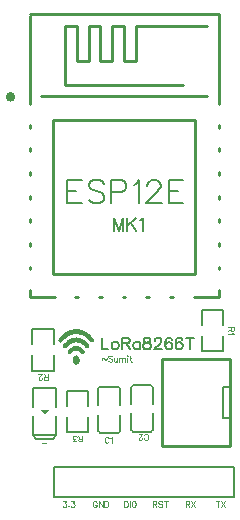
<source format=gto>
G04 Layer: TopSilkscreenLayer*
G04 EasyEDA v6.5.51, 2025-11-13 11:14:40*
G04 bf1f3799a3224107ae82f300eded96c1,09fcd8053ca944d09a55be336b12f992,10*
G04 Gerber Generator version 0.2*
G04 Scale: 100 percent, Rotated: No, Reflected: No *
G04 Dimensions in millimeters *
G04 leading zeros omitted , absolute positions ,4 integer and 5 decimal *
%FSLAX45Y45*%
%MOMM*%

%ADD10C,0.1000*%
%ADD11C,0.2000*%
%ADD12C,0.1524*%
%ADD13C,0.2032*%
%ADD14C,0.2030*%
%ADD15C,0.2540*%
%ADD16C,0.0109*%
%ADD17C,0.1999*%
%ADD18C,0.4000*%

%LPD*%
G36*
X732028Y-2021687D02*
G01*
X714705Y-2021789D01*
X698500Y-2023618D01*
X688187Y-2025650D01*
X674471Y-2029358D01*
X664768Y-2032711D01*
X664057Y-2033219D01*
X653034Y-2037791D01*
X652627Y-2038299D01*
X652018Y-2038299D01*
X645668Y-2041601D01*
X642772Y-2043328D01*
X642366Y-2043328D01*
X636168Y-2047036D01*
X623570Y-2055368D01*
X619201Y-2058822D01*
X617677Y-2059686D01*
X617677Y-2060143D01*
X616712Y-2060549D01*
X613359Y-2063597D01*
X613105Y-2063597D01*
X606755Y-2069033D01*
X600456Y-2074925D01*
X599389Y-2076246D01*
X599084Y-2076246D01*
X595680Y-2079701D01*
X589280Y-2086813D01*
X581761Y-2095601D01*
X577189Y-2101596D01*
X577189Y-2102053D01*
X576580Y-2102815D01*
X575106Y-2106422D01*
X573887Y-2112670D01*
X574141Y-2117394D01*
X574700Y-2121052D01*
X575970Y-2124405D01*
X577494Y-2127504D01*
X579678Y-2130348D01*
X582777Y-2132990D01*
X586841Y-2134768D01*
X591362Y-2135022D01*
X595579Y-2133854D01*
X598932Y-2131517D01*
X607618Y-2121052D01*
X613867Y-2114042D01*
X620725Y-2107082D01*
X626364Y-2101951D01*
X626922Y-2101240D01*
X627227Y-2101240D01*
X637032Y-2093264D01*
X643940Y-2088286D01*
X649478Y-2084679D01*
X655675Y-2081022D01*
X655980Y-2081022D01*
X659384Y-2079040D01*
X659892Y-2079040D01*
X660603Y-2078482D01*
X671017Y-2073706D01*
X675792Y-2071725D01*
X688340Y-2067814D01*
X699566Y-2065223D01*
X713232Y-2063343D01*
X726643Y-2062988D01*
X735939Y-2063597D01*
X747166Y-2064969D01*
X760933Y-2068220D01*
X767334Y-2070049D01*
X768045Y-2070607D01*
X768858Y-2070607D01*
X780288Y-2075129D01*
X787095Y-2078482D01*
X787654Y-2078482D01*
X788111Y-2078989D01*
X795426Y-2082952D01*
X801624Y-2086762D01*
X812444Y-2094433D01*
X820318Y-2100935D01*
X830630Y-2110587D01*
X838098Y-2118563D01*
X847801Y-2130399D01*
X849985Y-2132330D01*
X852373Y-2133803D01*
X854964Y-2134819D01*
X860806Y-2134819D01*
X863396Y-2133803D01*
X866343Y-2132025D01*
X866343Y-2131568D01*
X866800Y-2131568D01*
X869492Y-2128621D01*
X871474Y-2125472D01*
X873201Y-2120493D01*
X873912Y-2116531D01*
X873912Y-2112213D01*
X872794Y-2106726D01*
X870458Y-2101392D01*
X867105Y-2096871D01*
X859282Y-2087575D01*
X853694Y-2081428D01*
X846531Y-2074164D01*
X831799Y-2061057D01*
X831443Y-2061057D01*
X828903Y-2058771D01*
X828141Y-2058416D01*
X823163Y-2054656D01*
X816203Y-2049932D01*
X816102Y-2049525D01*
X815695Y-2049525D01*
X803656Y-2042414D01*
X798677Y-2039874D01*
X798271Y-2039416D01*
X797610Y-2039416D01*
X796391Y-2038553D01*
X795934Y-2038553D01*
X786485Y-2034082D01*
X785977Y-2034082D01*
X780288Y-2031746D01*
X769721Y-2028342D01*
X763524Y-2026564D01*
X753872Y-2024481D01*
X743508Y-2022805D01*
G37*
G36*
X728370Y-2092502D02*
G01*
X717753Y-2092604D01*
X714705Y-2093061D01*
X707796Y-2093671D01*
X698703Y-2095296D01*
X691794Y-2097024D01*
X682040Y-2100122D01*
X672084Y-2104390D01*
X670712Y-2105152D01*
X670306Y-2105152D01*
X668070Y-2106574D01*
X667562Y-2106574D01*
X665835Y-2107692D01*
X665276Y-2107692D01*
X665276Y-2108250D01*
X664362Y-2108250D01*
X657606Y-2112518D01*
X650798Y-2117140D01*
X645261Y-2121306D01*
X645109Y-2121763D01*
X644601Y-2121763D01*
X636371Y-2128875D01*
X626668Y-2138730D01*
X616661Y-2150821D01*
X615289Y-2153158D01*
X615289Y-2153767D01*
X614934Y-2153767D01*
X613562Y-2157577D01*
X612800Y-2160981D01*
X612800Y-2168550D01*
X614019Y-2173020D01*
X615492Y-2176526D01*
X617982Y-2180082D01*
X619709Y-2181809D01*
X622249Y-2183587D01*
X624687Y-2184654D01*
X627075Y-2185314D01*
X631190Y-2185060D01*
X633780Y-2184196D01*
X635304Y-2183434D01*
X639064Y-2180336D01*
X645668Y-2172157D01*
X655015Y-2162556D01*
X662787Y-2156002D01*
X666546Y-2153107D01*
X676402Y-2146808D01*
X681634Y-2143963D01*
X682294Y-2143963D01*
X682701Y-2143455D01*
X688543Y-2140915D01*
X690016Y-2140508D01*
X690727Y-2140051D01*
X696417Y-2138172D01*
X704545Y-2136089D01*
X709117Y-2135225D01*
X717753Y-2134057D01*
X732485Y-2134362D01*
X743305Y-2136038D01*
X751281Y-2138172D01*
X759510Y-2140915D01*
X759968Y-2141372D01*
X761441Y-2141778D01*
X762101Y-2142236D01*
X765149Y-2143455D01*
X765556Y-2143963D01*
X766165Y-2143963D01*
X771448Y-2146808D01*
X779881Y-2152091D01*
X788720Y-2159000D01*
X794715Y-2164486D01*
X795070Y-2164486D01*
X795223Y-2164943D01*
X800862Y-2170684D01*
X808532Y-2180031D01*
X811022Y-2182469D01*
X814476Y-2184450D01*
X817524Y-2185263D01*
X821182Y-2185263D01*
X823671Y-2184501D01*
X825753Y-2183485D01*
X828141Y-2181860D01*
X830376Y-2179421D01*
X832510Y-2176119D01*
X833628Y-2173782D01*
X833932Y-2172208D01*
X834237Y-2171649D01*
X835050Y-2168245D01*
X835050Y-2160320D01*
X834542Y-2159558D01*
X834237Y-2157323D01*
X831799Y-2151735D01*
X827024Y-2145487D01*
X821283Y-2138883D01*
X816000Y-2133346D01*
X809447Y-2127097D01*
X804672Y-2122932D01*
X797763Y-2117547D01*
X797509Y-2117547D01*
X795680Y-2116023D01*
X788974Y-2111654D01*
X788416Y-2111654D01*
X788416Y-2111095D01*
X788009Y-2111095D01*
X782370Y-2107692D01*
X781202Y-2107336D01*
X779322Y-2106015D01*
X778764Y-2106015D01*
X777646Y-2105202D01*
X776173Y-2104847D01*
X775766Y-2104390D01*
X767130Y-2100681D01*
X766368Y-2100681D01*
X766114Y-2100173D01*
X764286Y-2099767D01*
X763828Y-2099360D01*
X755853Y-2096973D01*
X747064Y-2094890D01*
X736803Y-2093366D01*
G37*
G36*
X722934Y-2163724D02*
G01*
X714705Y-2164130D01*
X708456Y-2165299D01*
X701192Y-2167128D01*
X695909Y-2169058D01*
X689610Y-2171801D01*
X677926Y-2178862D01*
X671423Y-2183892D01*
X667969Y-2187041D01*
X667816Y-2187498D01*
X667410Y-2187498D01*
X665276Y-2189581D01*
X665276Y-2190038D01*
X664718Y-2190038D01*
X659536Y-2195779D01*
X654253Y-2202688D01*
X654253Y-2203551D01*
X653897Y-2203551D01*
X652526Y-2207056D01*
X651865Y-2209647D01*
X651357Y-2214067D01*
X651662Y-2218994D01*
X652932Y-2223617D01*
X654913Y-2228037D01*
X657250Y-2231034D01*
X659536Y-2233015D01*
X663448Y-2234996D01*
X666597Y-2235606D01*
X671626Y-2235047D01*
X672084Y-2234438D01*
X672693Y-2234438D01*
X675538Y-2232660D01*
X677722Y-2230678D01*
X684479Y-2222804D01*
X688949Y-2218537D01*
X693724Y-2214880D01*
X698804Y-2211679D01*
X699160Y-2211679D01*
X700887Y-2210562D01*
X701344Y-2210562D01*
X702614Y-2209698D01*
X703326Y-2209698D01*
X703580Y-2209190D01*
X705408Y-2208834D01*
X705866Y-2208428D01*
X711454Y-2206599D01*
X723493Y-2204974D01*
X732485Y-2205786D01*
X738428Y-2207310D01*
X744474Y-2209444D01*
X747623Y-2210917D01*
X753872Y-2214778D01*
X759510Y-2219096D01*
X763422Y-2222754D01*
X767334Y-2227072D01*
X770331Y-2230882D01*
X771652Y-2232202D01*
X774496Y-2234184D01*
X776427Y-2234996D01*
X780186Y-2235606D01*
X784758Y-2234996D01*
X787806Y-2233269D01*
X790041Y-2231542D01*
X792378Y-2228697D01*
X794156Y-2225598D01*
X795324Y-2222500D01*
X796188Y-2219096D01*
X796442Y-2214067D01*
X795985Y-2209698D01*
X795274Y-2206752D01*
X793496Y-2202586D01*
X788720Y-2196338D01*
X784250Y-2191359D01*
X777392Y-2184806D01*
X769924Y-2178862D01*
X761492Y-2173528D01*
X757682Y-2171496D01*
X757072Y-2171496D01*
X756818Y-2170988D01*
X755243Y-2170633D01*
X754532Y-2170125D01*
X747166Y-2167331D01*
X742848Y-2166112D01*
X737108Y-2164892D01*
X730097Y-2163978D01*
G37*
G36*
X722528Y-2244090D02*
G01*
X719277Y-2244496D01*
X716686Y-2245156D01*
X714502Y-2246020D01*
X713740Y-2246528D01*
X713181Y-2246528D01*
X707745Y-2250084D01*
X705002Y-2252776D01*
X701649Y-2256739D01*
X701649Y-2257196D01*
X700176Y-2259177D01*
X698906Y-2261565D01*
X698601Y-2261768D01*
X698601Y-2262428D01*
X697534Y-2264359D01*
X696061Y-2268575D01*
X694893Y-2273096D01*
X694283Y-2277008D01*
X693877Y-2281783D01*
X694232Y-2288844D01*
X694639Y-2291943D01*
X696214Y-2297938D01*
X697179Y-2300630D01*
X699312Y-2305405D01*
X700836Y-2307945D01*
X704138Y-2312365D01*
X707796Y-2315870D01*
X711403Y-2318461D01*
X711809Y-2318461D01*
X713435Y-2319629D01*
X713994Y-2319629D01*
X714705Y-2320137D01*
X717092Y-2321001D01*
X719937Y-2321712D01*
X727913Y-2321712D01*
X731367Y-2320798D01*
X734415Y-2319528D01*
X738936Y-2316734D01*
X742594Y-2313635D01*
X747420Y-2307234D01*
X749706Y-2303018D01*
X751738Y-2297836D01*
X753110Y-2292502D01*
X753618Y-2288540D01*
X753922Y-2283764D01*
X753770Y-2278735D01*
X753110Y-2273960D01*
X752449Y-2270861D01*
X751840Y-2269083D01*
X751840Y-2268474D01*
X749808Y-2263089D01*
X749249Y-2262479D01*
X749249Y-2261819D01*
X747979Y-2259888D01*
X747928Y-2259279D01*
X743508Y-2253386D01*
X740257Y-2250287D01*
X738073Y-2248611D01*
X735177Y-2246833D01*
X734618Y-2246833D01*
X733348Y-2245969D01*
X727811Y-2244344D01*
G37*
D10*
X614426Y-3478021D02*
G01*
X640334Y-3478021D01*
X626110Y-3497071D01*
X633221Y-3497071D01*
X638047Y-3499357D01*
X640334Y-3501644D01*
X642620Y-3508755D01*
X642620Y-3513581D01*
X640334Y-3520694D01*
X635507Y-3525520D01*
X628395Y-3527805D01*
X621537Y-3527805D01*
X614426Y-3525520D01*
X611886Y-3522979D01*
X609600Y-3518407D01*
X660654Y-3515868D02*
G01*
X658368Y-3518407D01*
X660654Y-3520694D01*
X662939Y-3518407D01*
X660654Y-3515868D01*
X683260Y-3478021D02*
G01*
X709421Y-3478021D01*
X695197Y-3497071D01*
X702310Y-3497071D01*
X706881Y-3499357D01*
X709421Y-3501644D01*
X711707Y-3508755D01*
X711707Y-3513581D01*
X709421Y-3520694D01*
X704595Y-3525520D01*
X697484Y-3527805D01*
X690371Y-3527805D01*
X683260Y-3525520D01*
X680973Y-3522979D01*
X678687Y-3518407D01*
X899160Y-3489960D02*
G01*
X896620Y-3485134D01*
X892047Y-3480562D01*
X887221Y-3478021D01*
X877823Y-3478021D01*
X872997Y-3480562D01*
X868426Y-3485134D01*
X865886Y-3489960D01*
X863600Y-3497071D01*
X863600Y-3508755D01*
X865886Y-3515868D01*
X868426Y-3520694D01*
X872997Y-3525520D01*
X877823Y-3527805D01*
X887221Y-3527805D01*
X892047Y-3525520D01*
X896620Y-3520694D01*
X899160Y-3515868D01*
X899160Y-3508755D01*
X887221Y-3508755D02*
G01*
X899160Y-3508755D01*
X914654Y-3478021D02*
G01*
X914654Y-3527805D01*
X914654Y-3478021D02*
G01*
X947673Y-3527805D01*
X947673Y-3478021D02*
G01*
X947673Y-3527805D01*
X963421Y-3478021D02*
G01*
X963421Y-3527805D01*
X963421Y-3478021D02*
G01*
X979931Y-3478021D01*
X987044Y-3480562D01*
X991615Y-3485134D01*
X994155Y-3489960D01*
X996442Y-3497071D01*
X996442Y-3508755D01*
X994155Y-3515868D01*
X991615Y-3520694D01*
X987044Y-3525520D01*
X979931Y-3527805D01*
X963421Y-3527805D01*
X1130300Y-3478021D02*
G01*
X1130300Y-3527805D01*
X1130300Y-3478021D02*
G01*
X1146810Y-3478021D01*
X1153921Y-3480562D01*
X1158747Y-3485134D01*
X1161034Y-3489960D01*
X1163320Y-3497071D01*
X1163320Y-3508755D01*
X1161034Y-3515868D01*
X1158747Y-3520694D01*
X1153921Y-3525520D01*
X1146810Y-3527805D01*
X1130300Y-3527805D01*
X1179068Y-3478021D02*
G01*
X1179068Y-3527805D01*
X1208786Y-3478021D02*
G01*
X1201673Y-3480562D01*
X1196847Y-3487673D01*
X1194562Y-3499357D01*
X1194562Y-3506470D01*
X1196847Y-3518407D01*
X1201673Y-3525520D01*
X1208786Y-3527805D01*
X1213612Y-3527805D01*
X1220470Y-3525520D01*
X1225295Y-3518407D01*
X1227581Y-3506470D01*
X1227581Y-3499357D01*
X1225295Y-3487673D01*
X1220470Y-3480562D01*
X1213612Y-3478021D01*
X1208786Y-3478021D01*
X1371600Y-3478021D02*
G01*
X1371600Y-3527805D01*
X1371600Y-3478021D02*
G01*
X1392936Y-3478021D01*
X1400047Y-3480562D01*
X1402334Y-3482847D01*
X1404620Y-3487673D01*
X1404620Y-3492245D01*
X1402334Y-3497071D01*
X1400047Y-3499357D01*
X1392936Y-3501644D01*
X1371600Y-3501644D01*
X1388110Y-3501644D02*
G01*
X1404620Y-3527805D01*
X1453387Y-3485134D02*
G01*
X1448562Y-3480562D01*
X1441450Y-3478021D01*
X1432052Y-3478021D01*
X1424939Y-3480562D01*
X1420368Y-3485134D01*
X1420368Y-3489960D01*
X1422654Y-3494786D01*
X1424939Y-3497071D01*
X1429765Y-3499357D01*
X1443989Y-3504184D01*
X1448562Y-3506470D01*
X1451102Y-3508755D01*
X1453387Y-3513581D01*
X1453387Y-3520694D01*
X1448562Y-3525520D01*
X1441450Y-3527805D01*
X1432052Y-3527805D01*
X1424939Y-3525520D01*
X1420368Y-3520694D01*
X1485645Y-3478021D02*
G01*
X1485645Y-3527805D01*
X1468881Y-3478021D02*
G01*
X1502155Y-3478021D01*
X1651000Y-3478021D02*
G01*
X1651000Y-3527805D01*
X1651000Y-3478021D02*
G01*
X1672336Y-3478021D01*
X1679447Y-3480562D01*
X1681734Y-3482847D01*
X1684020Y-3487673D01*
X1684020Y-3492245D01*
X1681734Y-3497071D01*
X1679447Y-3499357D01*
X1672336Y-3501644D01*
X1651000Y-3501644D01*
X1667510Y-3501644D02*
G01*
X1684020Y-3527805D01*
X1699768Y-3478021D02*
G01*
X1732787Y-3527805D01*
X1732787Y-3478021D02*
G01*
X1699768Y-3527805D01*
X1921510Y-3478021D02*
G01*
X1921510Y-3527805D01*
X1905000Y-3478021D02*
G01*
X1938020Y-3478021D01*
X1953768Y-3478021D02*
G01*
X1986788Y-3527805D01*
X1986788Y-3478021D02*
G01*
X1953768Y-3527805D01*
D11*
X939678Y-2096140D02*
G01*
X939678Y-2191644D01*
X939678Y-2191644D02*
G01*
X994288Y-2191644D01*
X1047120Y-2127890D02*
G01*
X1037976Y-2132462D01*
X1028832Y-2141606D01*
X1024260Y-2155322D01*
X1024260Y-2164466D01*
X1028832Y-2177928D01*
X1037976Y-2187072D01*
X1047120Y-2191644D01*
X1060582Y-2191644D01*
X1069726Y-2187072D01*
X1078870Y-2177928D01*
X1083442Y-2164466D01*
X1083442Y-2155322D01*
X1078870Y-2141606D01*
X1069726Y-2132462D01*
X1060582Y-2127890D01*
X1047120Y-2127890D01*
X1113414Y-2096140D02*
G01*
X1113414Y-2191644D01*
X1113414Y-2096140D02*
G01*
X1154308Y-2096140D01*
X1168024Y-2100712D01*
X1172596Y-2105284D01*
X1177168Y-2114428D01*
X1177168Y-2123572D01*
X1172596Y-2132462D01*
X1168024Y-2137034D01*
X1154308Y-2141606D01*
X1113414Y-2141606D01*
X1145164Y-2141606D02*
G01*
X1177168Y-2191644D01*
X1261496Y-2127890D02*
G01*
X1261496Y-2191644D01*
X1261496Y-2141606D02*
G01*
X1252606Y-2132462D01*
X1243462Y-2127890D01*
X1229746Y-2127890D01*
X1220602Y-2132462D01*
X1211712Y-2141606D01*
X1207140Y-2155322D01*
X1207140Y-2164466D01*
X1211712Y-2177928D01*
X1220602Y-2187072D01*
X1229746Y-2191644D01*
X1243462Y-2191644D01*
X1252606Y-2187072D01*
X1261496Y-2177928D01*
X1314328Y-2096140D02*
G01*
X1300612Y-2100712D01*
X1296040Y-2109856D01*
X1296040Y-2119000D01*
X1300612Y-2127890D01*
X1309756Y-2132462D01*
X1328044Y-2137034D01*
X1341506Y-2141606D01*
X1350650Y-2150750D01*
X1355222Y-2159894D01*
X1355222Y-2173356D01*
X1350650Y-2182500D01*
X1346078Y-2187072D01*
X1332616Y-2191644D01*
X1314328Y-2191644D01*
X1300612Y-2187072D01*
X1296040Y-2182500D01*
X1291722Y-2173356D01*
X1291722Y-2159894D01*
X1296040Y-2150750D01*
X1305184Y-2141606D01*
X1318900Y-2137034D01*
X1337188Y-2132462D01*
X1346078Y-2127890D01*
X1350650Y-2119000D01*
X1350650Y-2109856D01*
X1346078Y-2100712D01*
X1332616Y-2096140D01*
X1314328Y-2096140D01*
X1389766Y-2119000D02*
G01*
X1389766Y-2114428D01*
X1394338Y-2105284D01*
X1398910Y-2100712D01*
X1408054Y-2096140D01*
X1426088Y-2096140D01*
X1435232Y-2100712D01*
X1439804Y-2105284D01*
X1444376Y-2114428D01*
X1444376Y-2123572D01*
X1439804Y-2132462D01*
X1430660Y-2146178D01*
X1385194Y-2191644D01*
X1448948Y-2191644D01*
X1533530Y-2109856D02*
G01*
X1528958Y-2100712D01*
X1515242Y-2096140D01*
X1506098Y-2096140D01*
X1492636Y-2100712D01*
X1483492Y-2114428D01*
X1478920Y-2137034D01*
X1478920Y-2159894D01*
X1483492Y-2177928D01*
X1492636Y-2187072D01*
X1506098Y-2191644D01*
X1510670Y-2191644D01*
X1524386Y-2187072D01*
X1533530Y-2177928D01*
X1538102Y-2164466D01*
X1538102Y-2159894D01*
X1533530Y-2146178D01*
X1524386Y-2137034D01*
X1510670Y-2132462D01*
X1506098Y-2132462D01*
X1492636Y-2137034D01*
X1483492Y-2146178D01*
X1478920Y-2159894D01*
X1622430Y-2109856D02*
G01*
X1617858Y-2100712D01*
X1604396Y-2096140D01*
X1595252Y-2096140D01*
X1581536Y-2100712D01*
X1572646Y-2114428D01*
X1568074Y-2137034D01*
X1568074Y-2159894D01*
X1572646Y-2177928D01*
X1581536Y-2187072D01*
X1595252Y-2191644D01*
X1599824Y-2191644D01*
X1613540Y-2187072D01*
X1622430Y-2177928D01*
X1627002Y-2164466D01*
X1627002Y-2159894D01*
X1622430Y-2146178D01*
X1613540Y-2137034D01*
X1599824Y-2132462D01*
X1595252Y-2132462D01*
X1581536Y-2137034D01*
X1572646Y-2146178D01*
X1568074Y-2159894D01*
X1688978Y-2096140D02*
G01*
X1688978Y-2191644D01*
X1656974Y-2096140D02*
G01*
X1720728Y-2096140D01*
D10*
X939800Y-2281681D02*
G01*
X939800Y-2276855D01*
X942086Y-2269744D01*
X946912Y-2267457D01*
X951737Y-2267457D01*
X956310Y-2269744D01*
X965707Y-2276855D01*
X970534Y-2279395D01*
X975360Y-2279395D01*
X979931Y-2276855D01*
X982471Y-2272284D01*
X939800Y-2276855D02*
G01*
X942086Y-2272284D01*
X946912Y-2269744D01*
X951737Y-2269744D01*
X956310Y-2272284D01*
X965707Y-2279395D01*
X970534Y-2281681D01*
X975360Y-2281681D01*
X979931Y-2279395D01*
X982471Y-2272284D01*
X982471Y-2267457D01*
X1030986Y-2253234D02*
G01*
X1026413Y-2248662D01*
X1019302Y-2246121D01*
X1009650Y-2246121D01*
X1002792Y-2248662D01*
X997965Y-2253234D01*
X997965Y-2258060D01*
X1000252Y-2262886D01*
X1002792Y-2265171D01*
X1007363Y-2267457D01*
X1021587Y-2272284D01*
X1026413Y-2274570D01*
X1028700Y-2276855D01*
X1030986Y-2281681D01*
X1030986Y-2288794D01*
X1026413Y-2293620D01*
X1019302Y-2295905D01*
X1009650Y-2295905D01*
X1002792Y-2293620D01*
X997965Y-2288794D01*
X1046734Y-2262886D02*
G01*
X1046734Y-2286507D01*
X1049020Y-2293620D01*
X1053845Y-2295905D01*
X1060704Y-2295905D01*
X1065529Y-2293620D01*
X1072642Y-2286507D01*
X1072642Y-2262886D02*
G01*
X1072642Y-2295905D01*
X1088136Y-2262886D02*
G01*
X1088136Y-2295905D01*
X1088136Y-2272284D02*
G01*
X1095247Y-2265171D01*
X1100073Y-2262886D01*
X1107186Y-2262886D01*
X1111757Y-2265171D01*
X1114297Y-2272284D01*
X1114297Y-2295905D01*
X1114297Y-2272284D02*
G01*
X1121410Y-2265171D01*
X1125981Y-2262886D01*
X1133094Y-2262886D01*
X1137920Y-2265171D01*
X1140205Y-2272284D01*
X1140205Y-2295905D01*
X1155954Y-2246121D02*
G01*
X1158239Y-2248662D01*
X1160526Y-2246121D01*
X1158239Y-2243836D01*
X1155954Y-2246121D01*
X1158239Y-2262886D02*
G01*
X1158239Y-2295905D01*
X1183131Y-2246121D02*
G01*
X1183131Y-2286507D01*
X1185671Y-2293620D01*
X1190244Y-2295905D01*
X1195070Y-2295905D01*
X1176273Y-2262886D02*
G01*
X1192784Y-2262886D01*
X999236Y-2945384D02*
G01*
X996950Y-2940812D01*
X992378Y-2936239D01*
X987805Y-2933954D01*
X978915Y-2933954D01*
X974344Y-2936239D01*
X969771Y-2940812D01*
X967486Y-2945384D01*
X965200Y-2952242D01*
X965200Y-2963671D01*
X967486Y-2970529D01*
X969771Y-2974847D01*
X974344Y-2979420D01*
X978915Y-2981705D01*
X987805Y-2981705D01*
X992378Y-2979420D01*
X996950Y-2974847D01*
X999236Y-2970529D01*
X1014221Y-2943097D02*
G01*
X1018794Y-2940812D01*
X1025652Y-2933954D01*
X1025652Y-2981705D01*
X1299463Y-2947415D02*
G01*
X1301750Y-2951987D01*
X1306321Y-2956560D01*
X1310894Y-2958845D01*
X1319784Y-2958845D01*
X1324355Y-2956560D01*
X1328928Y-2951987D01*
X1331213Y-2947415D01*
X1333500Y-2940557D01*
X1333500Y-2929128D01*
X1331213Y-2922270D01*
X1328928Y-2917952D01*
X1324355Y-2913379D01*
X1319784Y-2911094D01*
X1310894Y-2911094D01*
X1306321Y-2913379D01*
X1301750Y-2917952D01*
X1299463Y-2922270D01*
X1282192Y-2947415D02*
G01*
X1282192Y-2949702D01*
X1279905Y-2954273D01*
X1277620Y-2956560D01*
X1273047Y-2958845D01*
X1263904Y-2958845D01*
X1259331Y-2956560D01*
X1257045Y-2954273D01*
X1254760Y-2949702D01*
X1254760Y-2945129D01*
X1257045Y-2940557D01*
X1261618Y-2933700D01*
X1284478Y-2911094D01*
X1252473Y-2911094D01*
X431800Y-2986786D02*
G01*
X472694Y-2986786D01*
D12*
X1041400Y-1078484D02*
G01*
X1041400Y-1187450D01*
X1041400Y-1078484D02*
G01*
X1083055Y-1187450D01*
X1124457Y-1078484D02*
G01*
X1083055Y-1187450D01*
X1124457Y-1078484D02*
G01*
X1124457Y-1187450D01*
X1158747Y-1078484D02*
G01*
X1158747Y-1187450D01*
X1231645Y-1078484D02*
G01*
X1158747Y-1151128D01*
X1184910Y-1125220D02*
G01*
X1231645Y-1187450D01*
X1265936Y-1099312D02*
G01*
X1276350Y-1093978D01*
X1291844Y-1078484D01*
X1291844Y-1187450D01*
D13*
X650006Y-761166D02*
G01*
X650006Y-954968D01*
X650006Y-761166D02*
G01*
X770148Y-761166D01*
X650006Y-853368D02*
G01*
X723920Y-853368D01*
X650006Y-954968D02*
G01*
X770148Y-954968D01*
X960394Y-788852D02*
G01*
X941852Y-770310D01*
X914166Y-761166D01*
X877336Y-761166D01*
X849396Y-770310D01*
X831108Y-788852D01*
X831108Y-807140D01*
X840252Y-825682D01*
X849396Y-835080D01*
X867938Y-844224D01*
X923310Y-862766D01*
X941852Y-871910D01*
X950996Y-881054D01*
X960394Y-899596D01*
X960394Y-927282D01*
X941852Y-945824D01*
X914166Y-954968D01*
X877336Y-954968D01*
X849396Y-945824D01*
X831108Y-927282D01*
X1021354Y-761166D02*
G01*
X1021354Y-954968D01*
X1021354Y-761166D02*
G01*
X1104412Y-761166D01*
X1132098Y-770310D01*
X1141496Y-779454D01*
X1150640Y-797996D01*
X1150640Y-825682D01*
X1141496Y-844224D01*
X1132098Y-853368D01*
X1104412Y-862766D01*
X1021354Y-862766D01*
X1211600Y-797996D02*
G01*
X1230142Y-788852D01*
X1257828Y-761166D01*
X1257828Y-954968D01*
X1327932Y-807140D02*
G01*
X1327932Y-797996D01*
X1337076Y-779454D01*
X1346474Y-770310D01*
X1365016Y-761166D01*
X1401846Y-761166D01*
X1420388Y-770310D01*
X1429532Y-779454D01*
X1438676Y-797996D01*
X1438676Y-816538D01*
X1429532Y-835080D01*
X1410990Y-862766D01*
X1318788Y-954968D01*
X1448074Y-954968D01*
X1509034Y-761166D02*
G01*
X1509034Y-954968D01*
X1509034Y-761166D02*
G01*
X1629176Y-761166D01*
X1509034Y-853368D02*
G01*
X1582948Y-853368D01*
X1509034Y-954968D02*
G01*
X1629176Y-954968D01*
D10*
X2057145Y-2006600D02*
G01*
X2009393Y-2006600D01*
X2057145Y-2006600D02*
G01*
X2057145Y-2027173D01*
X2054859Y-2033778D01*
X2052574Y-2036063D01*
X2048002Y-2038350D01*
X2043429Y-2038350D01*
X2038858Y-2036063D01*
X2036572Y-2033778D01*
X2034286Y-2027173D01*
X2034286Y-2006600D01*
X2034286Y-2022602D02*
G01*
X2009393Y-2038350D01*
X2048002Y-2053336D02*
G01*
X2050288Y-2057907D01*
X2057145Y-2064765D01*
X2009393Y-2064765D01*
X482600Y-2450845D02*
G01*
X482600Y-2403094D01*
X482600Y-2450845D02*
G01*
X462026Y-2450845D01*
X455421Y-2448560D01*
X453136Y-2446273D01*
X450850Y-2441702D01*
X450850Y-2437129D01*
X453136Y-2432557D01*
X455421Y-2430271D01*
X462026Y-2427986D01*
X482600Y-2427986D01*
X466597Y-2427986D02*
G01*
X450850Y-2403094D01*
X433578Y-2439415D02*
G01*
X433578Y-2441702D01*
X431292Y-2446273D01*
X429005Y-2448560D01*
X424434Y-2450845D01*
X415289Y-2450845D01*
X410718Y-2448560D01*
X408431Y-2446273D01*
X406145Y-2441702D01*
X406145Y-2437129D01*
X408431Y-2432557D01*
X413004Y-2425700D01*
X435863Y-2403094D01*
X403860Y-2403094D01*
X774700Y-2971545D02*
G01*
X774700Y-2923794D01*
X774700Y-2971545D02*
G01*
X754126Y-2971545D01*
X747521Y-2969260D01*
X745236Y-2966973D01*
X742950Y-2962402D01*
X742950Y-2957829D01*
X745236Y-2953257D01*
X747521Y-2950971D01*
X754126Y-2948686D01*
X774700Y-2948686D01*
X758697Y-2948686D02*
G01*
X742950Y-2923794D01*
X723392Y-2971545D02*
G01*
X698245Y-2971545D01*
X711962Y-2953257D01*
X705104Y-2953257D01*
X700531Y-2950971D01*
X698245Y-2948686D01*
X695960Y-2941828D01*
X695960Y-2937255D01*
X698245Y-2930652D01*
X702818Y-2926079D01*
X709676Y-2923794D01*
X716534Y-2923794D01*
X723392Y-2926079D01*
X725678Y-2928365D01*
X727963Y-2932937D01*
G36*
X417220Y-2707792D02*
G01*
X457200Y-2737764D01*
X497179Y-2707792D01*
G37*
D12*
X912939Y-2523980D02*
G01*
X912939Y-2664980D01*
X1093660Y-2664980D02*
G01*
X1093660Y-2523980D01*
X1078420Y-2508740D02*
G01*
X928179Y-2508740D01*
X912939Y-2886219D02*
G01*
X912939Y-2745219D01*
X1093660Y-2745219D02*
G01*
X1093660Y-2886219D01*
X1078420Y-2901459D02*
G01*
X928179Y-2901459D01*
X1373060Y-2873519D02*
G01*
X1373060Y-2732519D01*
X1192339Y-2732519D02*
G01*
X1192339Y-2873519D01*
X1207579Y-2888759D02*
G01*
X1357820Y-2888759D01*
X1373060Y-2511280D02*
G01*
X1373060Y-2652280D01*
X1192339Y-2652280D02*
G01*
X1192339Y-2511280D01*
X1207579Y-2496040D02*
G01*
X1357820Y-2496040D01*
D13*
X723900Y-3187700D02*
G01*
X533400Y-3187700D01*
X533400Y-3441700D01*
X2057400Y-3441700D01*
X2057400Y-3187700D01*
D14*
X2057400Y-3187700D02*
G01*
X723900Y-3187700D01*
D11*
X557199Y-2757799D02*
G01*
X557199Y-2917799D01*
X357200Y-2917799D01*
X357200Y-2757799D01*
X357200Y-2677800D02*
G01*
X357200Y-2517800D01*
X557199Y-2517800D01*
X557199Y-2677800D01*
X557199Y-2917799D02*
G01*
X557199Y-2917799D01*
X527199Y-2947799D01*
X387200Y-2947799D01*
X387200Y-2947799D01*
X357200Y-2917799D01*
D15*
X542071Y-1751784D02*
G01*
X331106Y-1751784D01*
X742071Y-1751784D02*
G01*
X718301Y-1751784D01*
X942070Y-1751784D02*
G01*
X918301Y-1751784D01*
X1142070Y-1751784D02*
G01*
X1118301Y-1751784D01*
X1342069Y-1751784D02*
G01*
X1318300Y-1751784D01*
X1542069Y-1751784D02*
G01*
X1518300Y-1751784D01*
X1930151Y-1751784D02*
G01*
X1718299Y-1751784D01*
X331106Y-1692023D02*
G01*
X331106Y-1751784D01*
X331106Y-1492023D02*
G01*
X331106Y-1515793D01*
X331106Y-1292024D02*
G01*
X331106Y-1315793D01*
X331106Y-1092024D02*
G01*
X331106Y-1115794D01*
X331106Y-892025D02*
G01*
X331106Y-915794D01*
X331106Y-692025D02*
G01*
X331106Y-715794D01*
X331106Y-492025D02*
G01*
X331106Y-515795D01*
X331106Y-292026D02*
G01*
X331106Y-315795D01*
X331106Y632299D02*
G01*
X331106Y-115796D01*
X1930151Y-1692023D02*
G01*
X1930151Y-1751784D01*
X1930151Y-1491998D02*
G01*
X1930151Y-1515793D01*
X1930151Y-1291998D02*
G01*
X1930151Y-1315768D01*
X1930151Y-1091999D02*
G01*
X1930151Y-1115768D01*
X1930151Y-891999D02*
G01*
X1930151Y-915769D01*
X1930151Y-692000D02*
G01*
X1930151Y-715769D01*
X1930151Y-492000D02*
G01*
X1930151Y-515769D01*
X1930151Y-292000D02*
G01*
X1930151Y-315770D01*
X1930151Y648210D02*
G01*
X1930151Y-115770D01*
X1930151Y648210D02*
G01*
X330154Y648210D01*
X430154Y-51788D02*
G01*
X1830151Y-51788D01*
X1630151Y48211D02*
G01*
X630153Y48211D01*
X630153Y548210D01*
X730153Y548210D01*
X730153Y248211D01*
X830153Y248211D01*
X830153Y548210D01*
X930153Y548210D01*
X930153Y248211D01*
X1030152Y248211D01*
X1030152Y548210D01*
X1130152Y548210D01*
X1130152Y248211D01*
X1230152Y248211D01*
X1230152Y548210D01*
X1830151Y548210D01*
X530153Y-251787D02*
G01*
X530153Y-1551785D01*
X1730151Y-1551785D01*
X1730151Y-251787D01*
X530153Y-251787D01*
X2026437Y-2271598D02*
G01*
X1451457Y-2271598D01*
X1451457Y-3011601D01*
X2026437Y-3011601D01*
X2026437Y-2271598D01*
D17*
X2020697Y-2771597D02*
G01*
X1970709Y-2771597D01*
X1970709Y-2511602D01*
X2020697Y-2511602D01*
D12*
X1787890Y-2079619D02*
G01*
X1787890Y-2208113D01*
X1971309Y-2208113D01*
X1971309Y-2079619D01*
X1787890Y-1984380D02*
G01*
X1787890Y-1855886D01*
X1971309Y-1855886D01*
X1971309Y-1984380D01*
X352790Y-2244719D02*
G01*
X352790Y-2373213D01*
X536209Y-2373213D01*
X536209Y-2244719D01*
X352790Y-2149480D02*
G01*
X352790Y-2020986D01*
X536209Y-2020986D01*
X536209Y-2149480D01*
X828309Y-2670180D02*
G01*
X828309Y-2541686D01*
X644890Y-2541686D01*
X644890Y-2670180D01*
X828309Y-2765419D02*
G01*
X828309Y-2893913D01*
X644890Y-2893913D01*
X644890Y-2765419D01*
G75*
G01*
X1093660Y-2523980D02*
G03*
X1078420Y-2508740I-15240J0D01*
G75*
G01*
X928180Y-2508740D02*
G03*
X912940Y-2523980I0J-15240D01*
G75*
G01*
X1093660Y-2886220D02*
G02*
X1078420Y-2901460I-15240J0D01*
G75*
G01*
X928180Y-2901460D02*
G02*
X912940Y-2886220I0J15240D01*
G75*
G01*
X1192340Y-2873520D02*
G03*
X1207580Y-2888760I15240J0D01*
G75*
G01*
X1357820Y-2888760D02*
G03*
X1373060Y-2873520I0J15240D01*
G75*
G01*
X1192340Y-2511280D02*
G02*
X1207580Y-2496040I15240J0D01*
G75*
G01*
X1357820Y-2496040D02*
G02*
X1373060Y-2511280I0J-15240D01*
D18*
G75*
G01
X188214Y-55702D02*
G03X188214Y-55702I-19990J0D01*
M02*

</source>
